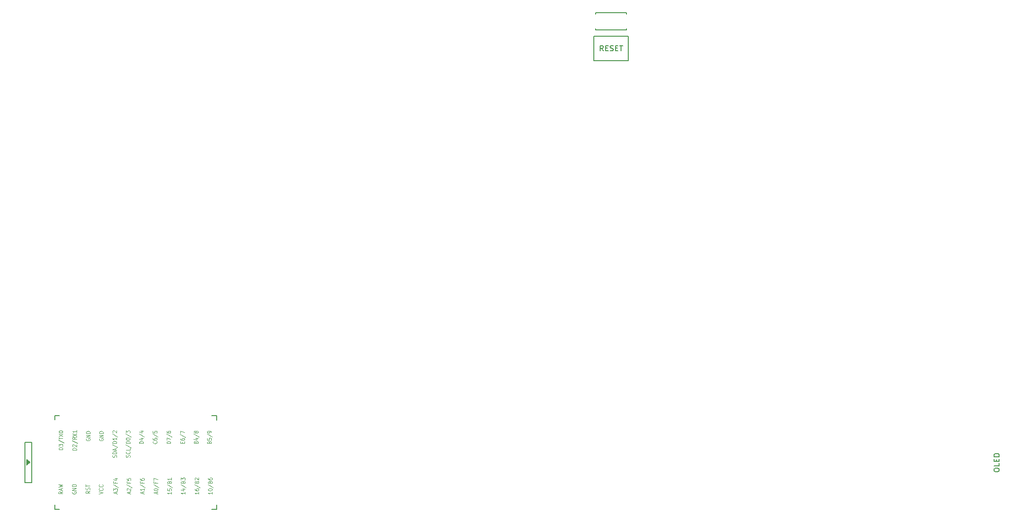
<source format=gbr>
G04 #@! TF.GenerationSoftware,KiCad,Pcbnew,(5.1.9)-1*
G04 #@! TF.CreationDate,2021-01-19T21:28:49+09:00*
G04 #@! TF.ProjectId,yuiop47,7975696f-7034-4372-9e6b-696361645f70,1*
G04 #@! TF.SameCoordinates,Original*
G04 #@! TF.FileFunction,Legend,Top*
G04 #@! TF.FilePolarity,Positive*
%FSLAX46Y46*%
G04 Gerber Fmt 4.6, Leading zero omitted, Abs format (unit mm)*
G04 Created by KiCad (PCBNEW (5.1.9)-1) date 2021-01-19 21:28:49*
%MOMM*%
%LPD*%
G01*
G04 APERTURE LIST*
%ADD10C,0.150000*%
%ADD11C,0.125000*%
G04 APERTURE END LIST*
D10*
X153250000Y-68538800D02*
X146750000Y-68538800D01*
X146750000Y-73038800D02*
X153250000Y-73038800D01*
X153250000Y-73038800D02*
X153250000Y-68538800D01*
X146750000Y-68538800D02*
X146750000Y-73038800D01*
X76300000Y-139450000D02*
X76300000Y-140310000D01*
X76300000Y-156950000D02*
X76300000Y-156100000D01*
X75450000Y-139450000D02*
X76300000Y-139450000D01*
X75400000Y-156950000D02*
X76300000Y-156950000D01*
X46100000Y-139450000D02*
X46100000Y-140250000D01*
X46100000Y-156950000D02*
X46100000Y-156100000D01*
X46100000Y-139450000D02*
X46950000Y-139450000D01*
X46100000Y-156950000D02*
X46950000Y-156950000D01*
X40500000Y-151950000D02*
X41800000Y-151950000D01*
X41800000Y-151950000D02*
X41800000Y-144450000D01*
X41800000Y-144450000D02*
X40500000Y-144450000D01*
X40500000Y-144450000D02*
X40500000Y-151950000D01*
X40850000Y-148700000D02*
X40850000Y-147700000D01*
X40850000Y-147700000D02*
X41500000Y-148200000D01*
X41500000Y-148200000D02*
X40850000Y-148700000D01*
X41000000Y-148550000D02*
X41000000Y-147850000D01*
X41150000Y-148450000D02*
X41150000Y-147950000D01*
X41300000Y-148350000D02*
X41300000Y-148050000D01*
X147150000Y-67300000D02*
X147150000Y-67050000D01*
X152850000Y-67300000D02*
X147150000Y-67300000D01*
X152850000Y-67300000D02*
X152850000Y-67050000D01*
X152850000Y-64100000D02*
X152850000Y-64350000D01*
X147150000Y-64100000D02*
X147150000Y-64350000D01*
X152850000Y-64100000D02*
X147150000Y-64100000D01*
X148547619Y-71241180D02*
X148214285Y-70764990D01*
X147976190Y-71241180D02*
X147976190Y-70241180D01*
X148357142Y-70241180D01*
X148452380Y-70288800D01*
X148500000Y-70336419D01*
X148547619Y-70431657D01*
X148547619Y-70574514D01*
X148500000Y-70669752D01*
X148452380Y-70717371D01*
X148357142Y-70764990D01*
X147976190Y-70764990D01*
X148976190Y-70717371D02*
X149309523Y-70717371D01*
X149452380Y-71241180D02*
X148976190Y-71241180D01*
X148976190Y-70241180D01*
X149452380Y-70241180D01*
X149833333Y-71193561D02*
X149976190Y-71241180D01*
X150214285Y-71241180D01*
X150309523Y-71193561D01*
X150357142Y-71145942D01*
X150404761Y-71050704D01*
X150404761Y-70955466D01*
X150357142Y-70860228D01*
X150309523Y-70812609D01*
X150214285Y-70764990D01*
X150023809Y-70717371D01*
X149928571Y-70669752D01*
X149880952Y-70622133D01*
X149833333Y-70526895D01*
X149833333Y-70431657D01*
X149880952Y-70336419D01*
X149928571Y-70288800D01*
X150023809Y-70241180D01*
X150261904Y-70241180D01*
X150404761Y-70288800D01*
X150833333Y-70717371D02*
X151166666Y-70717371D01*
X151309523Y-71241180D02*
X150833333Y-71241180D01*
X150833333Y-70241180D01*
X151309523Y-70241180D01*
X151595238Y-70241180D02*
X152166666Y-70241180D01*
X151880952Y-71241180D02*
X151880952Y-70241180D01*
X221502380Y-149702380D02*
X221502380Y-149511904D01*
X221550000Y-149416666D01*
X221645238Y-149321428D01*
X221835714Y-149273809D01*
X222169047Y-149273809D01*
X222359523Y-149321428D01*
X222454761Y-149416666D01*
X222502380Y-149511904D01*
X222502380Y-149702380D01*
X222454761Y-149797619D01*
X222359523Y-149892857D01*
X222169047Y-149940476D01*
X221835714Y-149940476D01*
X221645238Y-149892857D01*
X221550000Y-149797619D01*
X221502380Y-149702380D01*
X222502380Y-148369047D02*
X222502380Y-148845238D01*
X221502380Y-148845238D01*
X221978571Y-148035714D02*
X221978571Y-147702380D01*
X222502380Y-147559523D02*
X222502380Y-148035714D01*
X221502380Y-148035714D01*
X221502380Y-147559523D01*
X222502380Y-147130952D02*
X221502380Y-147130952D01*
X221502380Y-146892857D01*
X221550000Y-146750000D01*
X221645238Y-146654761D01*
X221740476Y-146607142D01*
X221930952Y-146559523D01*
X222073809Y-146559523D01*
X222264285Y-146607142D01*
X222359523Y-146654761D01*
X222454761Y-146750000D01*
X222502380Y-146892857D01*
X222502380Y-147130952D01*
D11*
X47539285Y-153657619D02*
X47182142Y-153880952D01*
X47539285Y-154040476D02*
X46789285Y-154040476D01*
X46789285Y-153785238D01*
X46825000Y-153721428D01*
X46860714Y-153689523D01*
X46932142Y-153657619D01*
X47039285Y-153657619D01*
X47110714Y-153689523D01*
X47146428Y-153721428D01*
X47182142Y-153785238D01*
X47182142Y-154040476D01*
X47325000Y-153402380D02*
X47325000Y-153083333D01*
X47539285Y-153466190D02*
X46789285Y-153242857D01*
X47539285Y-153019523D01*
X46789285Y-152860000D02*
X47539285Y-152700476D01*
X47003571Y-152572857D01*
X47539285Y-152445238D01*
X46789285Y-152285714D01*
X49375000Y-153705476D02*
X49339285Y-153769285D01*
X49339285Y-153865000D01*
X49375000Y-153960714D01*
X49446428Y-154024523D01*
X49517857Y-154056428D01*
X49660714Y-154088333D01*
X49767857Y-154088333D01*
X49910714Y-154056428D01*
X49982142Y-154024523D01*
X50053571Y-153960714D01*
X50089285Y-153865000D01*
X50089285Y-153801190D01*
X50053571Y-153705476D01*
X50017857Y-153673571D01*
X49767857Y-153673571D01*
X49767857Y-153801190D01*
X50089285Y-153386428D02*
X49339285Y-153386428D01*
X50089285Y-153003571D01*
X49339285Y-153003571D01*
X50089285Y-152684523D02*
X49339285Y-152684523D01*
X49339285Y-152525000D01*
X49375000Y-152429285D01*
X49446428Y-152365476D01*
X49517857Y-152333571D01*
X49660714Y-152301666D01*
X49767857Y-152301666D01*
X49910714Y-152333571D01*
X49982142Y-152365476D01*
X50053571Y-152429285D01*
X50089285Y-152525000D01*
X50089285Y-152684523D01*
X52639285Y-153561904D02*
X52282142Y-153785238D01*
X52639285Y-153944761D02*
X51889285Y-153944761D01*
X51889285Y-153689523D01*
X51925000Y-153625714D01*
X51960714Y-153593809D01*
X52032142Y-153561904D01*
X52139285Y-153561904D01*
X52210714Y-153593809D01*
X52246428Y-153625714D01*
X52282142Y-153689523D01*
X52282142Y-153944761D01*
X52603571Y-153306666D02*
X52639285Y-153210952D01*
X52639285Y-153051428D01*
X52603571Y-152987619D01*
X52567857Y-152955714D01*
X52496428Y-152923809D01*
X52425000Y-152923809D01*
X52353571Y-152955714D01*
X52317857Y-152987619D01*
X52282142Y-153051428D01*
X52246428Y-153179047D01*
X52210714Y-153242857D01*
X52175000Y-153274761D01*
X52103571Y-153306666D01*
X52032142Y-153306666D01*
X51960714Y-153274761D01*
X51925000Y-153242857D01*
X51889285Y-153179047D01*
X51889285Y-153019523D01*
X51925000Y-152923809D01*
X51889285Y-152732380D02*
X51889285Y-152349523D01*
X52639285Y-152540952D02*
X51889285Y-152540952D01*
X54339285Y-154088333D02*
X55089285Y-153865000D01*
X54339285Y-153641666D01*
X55017857Y-153035476D02*
X55053571Y-153067380D01*
X55089285Y-153163095D01*
X55089285Y-153226904D01*
X55053571Y-153322619D01*
X54982142Y-153386428D01*
X54910714Y-153418333D01*
X54767857Y-153450238D01*
X54660714Y-153450238D01*
X54517857Y-153418333D01*
X54446428Y-153386428D01*
X54375000Y-153322619D01*
X54339285Y-153226904D01*
X54339285Y-153163095D01*
X54375000Y-153067380D01*
X54410714Y-153035476D01*
X55017857Y-152365476D02*
X55053571Y-152397380D01*
X55089285Y-152493095D01*
X55089285Y-152556904D01*
X55053571Y-152652619D01*
X54982142Y-152716428D01*
X54910714Y-152748333D01*
X54767857Y-152780238D01*
X54660714Y-152780238D01*
X54517857Y-152748333D01*
X54446428Y-152716428D01*
X54375000Y-152652619D01*
X54339285Y-152556904D01*
X54339285Y-152493095D01*
X54375000Y-152397380D01*
X54410714Y-152365476D01*
X57575000Y-154030714D02*
X57575000Y-153711666D01*
X57789285Y-154094523D02*
X57039285Y-153871190D01*
X57789285Y-153647857D01*
X57039285Y-153488333D02*
X57039285Y-153073571D01*
X57325000Y-153296904D01*
X57325000Y-153201190D01*
X57360714Y-153137380D01*
X57396428Y-153105476D01*
X57467857Y-153073571D01*
X57646428Y-153073571D01*
X57717857Y-153105476D01*
X57753571Y-153137380D01*
X57789285Y-153201190D01*
X57789285Y-153392619D01*
X57753571Y-153456428D01*
X57717857Y-153488333D01*
X57003571Y-152307857D02*
X57967857Y-152882142D01*
X57396428Y-151861190D02*
X57396428Y-152084523D01*
X57789285Y-152084523D02*
X57039285Y-152084523D01*
X57039285Y-151765476D01*
X57289285Y-151223095D02*
X57789285Y-151223095D01*
X57003571Y-151382619D02*
X57539285Y-151542142D01*
X57539285Y-151127380D01*
X60075000Y-154030714D02*
X60075000Y-153711666D01*
X60289285Y-154094523D02*
X59539285Y-153871190D01*
X60289285Y-153647857D01*
X59610714Y-153456428D02*
X59575000Y-153424523D01*
X59539285Y-153360714D01*
X59539285Y-153201190D01*
X59575000Y-153137380D01*
X59610714Y-153105476D01*
X59682142Y-153073571D01*
X59753571Y-153073571D01*
X59860714Y-153105476D01*
X60289285Y-153488333D01*
X60289285Y-153073571D01*
X59503571Y-152307857D02*
X60467857Y-152882142D01*
X59896428Y-151861190D02*
X59896428Y-152084523D01*
X60289285Y-152084523D02*
X59539285Y-152084523D01*
X59539285Y-151765476D01*
X59539285Y-151191190D02*
X59539285Y-151510238D01*
X59896428Y-151542142D01*
X59860714Y-151510238D01*
X59825000Y-151446428D01*
X59825000Y-151286904D01*
X59860714Y-151223095D01*
X59896428Y-151191190D01*
X59967857Y-151159285D01*
X60146428Y-151159285D01*
X60217857Y-151191190D01*
X60253571Y-151223095D01*
X60289285Y-151286904D01*
X60289285Y-151446428D01*
X60253571Y-151510238D01*
X60217857Y-151542142D01*
X62575000Y-154030714D02*
X62575000Y-153711666D01*
X62789285Y-154094523D02*
X62039285Y-153871190D01*
X62789285Y-153647857D01*
X62789285Y-153073571D02*
X62789285Y-153456428D01*
X62789285Y-153265000D02*
X62039285Y-153265000D01*
X62146428Y-153328809D01*
X62217857Y-153392619D01*
X62253571Y-153456428D01*
X62003571Y-152307857D02*
X62967857Y-152882142D01*
X62396428Y-151861190D02*
X62396428Y-152084523D01*
X62789285Y-152084523D02*
X62039285Y-152084523D01*
X62039285Y-151765476D01*
X62039285Y-151223095D02*
X62039285Y-151350714D01*
X62075000Y-151414523D01*
X62110714Y-151446428D01*
X62217857Y-151510238D01*
X62360714Y-151542142D01*
X62646428Y-151542142D01*
X62717857Y-151510238D01*
X62753571Y-151478333D01*
X62789285Y-151414523D01*
X62789285Y-151286904D01*
X62753571Y-151223095D01*
X62717857Y-151191190D01*
X62646428Y-151159285D01*
X62467857Y-151159285D01*
X62396428Y-151191190D01*
X62360714Y-151223095D01*
X62325000Y-151286904D01*
X62325000Y-151414523D01*
X62360714Y-151478333D01*
X62396428Y-151510238D01*
X62467857Y-151542142D01*
X65125000Y-154030714D02*
X65125000Y-153711666D01*
X65339285Y-154094523D02*
X64589285Y-153871190D01*
X65339285Y-153647857D01*
X64589285Y-153296904D02*
X64589285Y-153233095D01*
X64625000Y-153169285D01*
X64660714Y-153137380D01*
X64732142Y-153105476D01*
X64875000Y-153073571D01*
X65053571Y-153073571D01*
X65196428Y-153105476D01*
X65267857Y-153137380D01*
X65303571Y-153169285D01*
X65339285Y-153233095D01*
X65339285Y-153296904D01*
X65303571Y-153360714D01*
X65267857Y-153392619D01*
X65196428Y-153424523D01*
X65053571Y-153456428D01*
X64875000Y-153456428D01*
X64732142Y-153424523D01*
X64660714Y-153392619D01*
X64625000Y-153360714D01*
X64589285Y-153296904D01*
X64553571Y-152307857D02*
X65517857Y-152882142D01*
X64946428Y-151861190D02*
X64946428Y-152084523D01*
X65339285Y-152084523D02*
X64589285Y-152084523D01*
X64589285Y-151765476D01*
X64589285Y-151574047D02*
X64589285Y-151127380D01*
X65339285Y-151414523D01*
X67889285Y-153727619D02*
X67889285Y-154110476D01*
X67889285Y-153919047D02*
X67139285Y-153919047D01*
X67246428Y-153982857D01*
X67317857Y-154046666D01*
X67353571Y-154110476D01*
X67139285Y-153121428D02*
X67139285Y-153440476D01*
X67496428Y-153472380D01*
X67460714Y-153440476D01*
X67425000Y-153376666D01*
X67425000Y-153217142D01*
X67460714Y-153153333D01*
X67496428Y-153121428D01*
X67567857Y-153089523D01*
X67746428Y-153089523D01*
X67817857Y-153121428D01*
X67853571Y-153153333D01*
X67889285Y-153217142D01*
X67889285Y-153376666D01*
X67853571Y-153440476D01*
X67817857Y-153472380D01*
X67103571Y-152323809D02*
X68067857Y-152898095D01*
X67496428Y-151877142D02*
X67532142Y-151781428D01*
X67567857Y-151749523D01*
X67639285Y-151717619D01*
X67746428Y-151717619D01*
X67817857Y-151749523D01*
X67853571Y-151781428D01*
X67889285Y-151845238D01*
X67889285Y-152100476D01*
X67139285Y-152100476D01*
X67139285Y-151877142D01*
X67175000Y-151813333D01*
X67210714Y-151781428D01*
X67282142Y-151749523D01*
X67353571Y-151749523D01*
X67425000Y-151781428D01*
X67460714Y-151813333D01*
X67496428Y-151877142D01*
X67496428Y-152100476D01*
X67889285Y-151079523D02*
X67889285Y-151462380D01*
X67889285Y-151270952D02*
X67139285Y-151270952D01*
X67246428Y-151334761D01*
X67317857Y-151398571D01*
X67353571Y-151462380D01*
X70439285Y-153727619D02*
X70439285Y-154110476D01*
X70439285Y-153919047D02*
X69689285Y-153919047D01*
X69796428Y-153982857D01*
X69867857Y-154046666D01*
X69903571Y-154110476D01*
X69939285Y-153153333D02*
X70439285Y-153153333D01*
X69653571Y-153312857D02*
X70189285Y-153472380D01*
X70189285Y-153057619D01*
X69653571Y-152323809D02*
X70617857Y-152898095D01*
X70046428Y-151877142D02*
X70082142Y-151781428D01*
X70117857Y-151749523D01*
X70189285Y-151717619D01*
X70296428Y-151717619D01*
X70367857Y-151749523D01*
X70403571Y-151781428D01*
X70439285Y-151845238D01*
X70439285Y-152100476D01*
X69689285Y-152100476D01*
X69689285Y-151877142D01*
X69725000Y-151813333D01*
X69760714Y-151781428D01*
X69832142Y-151749523D01*
X69903571Y-151749523D01*
X69975000Y-151781428D01*
X70010714Y-151813333D01*
X70046428Y-151877142D01*
X70046428Y-152100476D01*
X69689285Y-151494285D02*
X69689285Y-151079523D01*
X69975000Y-151302857D01*
X69975000Y-151207142D01*
X70010714Y-151143333D01*
X70046428Y-151111428D01*
X70117857Y-151079523D01*
X70296428Y-151079523D01*
X70367857Y-151111428D01*
X70403571Y-151143333D01*
X70439285Y-151207142D01*
X70439285Y-151398571D01*
X70403571Y-151462380D01*
X70367857Y-151494285D01*
X75489285Y-153727619D02*
X75489285Y-154110476D01*
X75489285Y-153919047D02*
X74739285Y-153919047D01*
X74846428Y-153982857D01*
X74917857Y-154046666D01*
X74953571Y-154110476D01*
X74739285Y-153312857D02*
X74739285Y-153249047D01*
X74775000Y-153185238D01*
X74810714Y-153153333D01*
X74882142Y-153121428D01*
X75025000Y-153089523D01*
X75203571Y-153089523D01*
X75346428Y-153121428D01*
X75417857Y-153153333D01*
X75453571Y-153185238D01*
X75489285Y-153249047D01*
X75489285Y-153312857D01*
X75453571Y-153376666D01*
X75417857Y-153408571D01*
X75346428Y-153440476D01*
X75203571Y-153472380D01*
X75025000Y-153472380D01*
X74882142Y-153440476D01*
X74810714Y-153408571D01*
X74775000Y-153376666D01*
X74739285Y-153312857D01*
X74703571Y-152323809D02*
X75667857Y-152898095D01*
X75096428Y-151877142D02*
X75132142Y-151781428D01*
X75167857Y-151749523D01*
X75239285Y-151717619D01*
X75346428Y-151717619D01*
X75417857Y-151749523D01*
X75453571Y-151781428D01*
X75489285Y-151845238D01*
X75489285Y-152100476D01*
X74739285Y-152100476D01*
X74739285Y-151877142D01*
X74775000Y-151813333D01*
X74810714Y-151781428D01*
X74882142Y-151749523D01*
X74953571Y-151749523D01*
X75025000Y-151781428D01*
X75060714Y-151813333D01*
X75096428Y-151877142D01*
X75096428Y-152100476D01*
X74739285Y-151143333D02*
X74739285Y-151270952D01*
X74775000Y-151334761D01*
X74810714Y-151366666D01*
X74917857Y-151430476D01*
X75060714Y-151462380D01*
X75346428Y-151462380D01*
X75417857Y-151430476D01*
X75453571Y-151398571D01*
X75489285Y-151334761D01*
X75489285Y-151207142D01*
X75453571Y-151143333D01*
X75417857Y-151111428D01*
X75346428Y-151079523D01*
X75167857Y-151079523D01*
X75096428Y-151111428D01*
X75060714Y-151143333D01*
X75025000Y-151207142D01*
X75025000Y-151334761D01*
X75060714Y-151398571D01*
X75096428Y-151430476D01*
X75167857Y-151462380D01*
X72989285Y-153727619D02*
X72989285Y-154110476D01*
X72989285Y-153919047D02*
X72239285Y-153919047D01*
X72346428Y-153982857D01*
X72417857Y-154046666D01*
X72453571Y-154110476D01*
X72239285Y-153153333D02*
X72239285Y-153280952D01*
X72275000Y-153344761D01*
X72310714Y-153376666D01*
X72417857Y-153440476D01*
X72560714Y-153472380D01*
X72846428Y-153472380D01*
X72917857Y-153440476D01*
X72953571Y-153408571D01*
X72989285Y-153344761D01*
X72989285Y-153217142D01*
X72953571Y-153153333D01*
X72917857Y-153121428D01*
X72846428Y-153089523D01*
X72667857Y-153089523D01*
X72596428Y-153121428D01*
X72560714Y-153153333D01*
X72525000Y-153217142D01*
X72525000Y-153344761D01*
X72560714Y-153408571D01*
X72596428Y-153440476D01*
X72667857Y-153472380D01*
X72203571Y-152323809D02*
X73167857Y-152898095D01*
X72596428Y-151877142D02*
X72632142Y-151781428D01*
X72667857Y-151749523D01*
X72739285Y-151717619D01*
X72846428Y-151717619D01*
X72917857Y-151749523D01*
X72953571Y-151781428D01*
X72989285Y-151845238D01*
X72989285Y-152100476D01*
X72239285Y-152100476D01*
X72239285Y-151877142D01*
X72275000Y-151813333D01*
X72310714Y-151781428D01*
X72382142Y-151749523D01*
X72453571Y-151749523D01*
X72525000Y-151781428D01*
X72560714Y-151813333D01*
X72596428Y-151877142D01*
X72596428Y-152100476D01*
X72310714Y-151462380D02*
X72275000Y-151430476D01*
X72239285Y-151366666D01*
X72239285Y-151207142D01*
X72275000Y-151143333D01*
X72310714Y-151111428D01*
X72382142Y-151079523D01*
X72453571Y-151079523D01*
X72560714Y-151111428D01*
X72989285Y-151494285D01*
X72989285Y-151079523D01*
X69896428Y-144627619D02*
X69896428Y-144404285D01*
X70289285Y-144308571D02*
X70289285Y-144627619D01*
X69539285Y-144627619D01*
X69539285Y-144308571D01*
X69539285Y-143734285D02*
X69539285Y-143861904D01*
X69575000Y-143925714D01*
X69610714Y-143957619D01*
X69717857Y-144021428D01*
X69860714Y-144053333D01*
X70146428Y-144053333D01*
X70217857Y-144021428D01*
X70253571Y-143989523D01*
X70289285Y-143925714D01*
X70289285Y-143798095D01*
X70253571Y-143734285D01*
X70217857Y-143702380D01*
X70146428Y-143670476D01*
X69967857Y-143670476D01*
X69896428Y-143702380D01*
X69860714Y-143734285D01*
X69825000Y-143798095D01*
X69825000Y-143925714D01*
X69860714Y-143989523D01*
X69896428Y-144021428D01*
X69967857Y-144053333D01*
X69503571Y-142904761D02*
X70467857Y-143479047D01*
X69539285Y-142745238D02*
X69539285Y-142298571D01*
X70289285Y-142585714D01*
X67739285Y-144659523D02*
X66989285Y-144659523D01*
X66989285Y-144500000D01*
X67025000Y-144404285D01*
X67096428Y-144340476D01*
X67167857Y-144308571D01*
X67310714Y-144276666D01*
X67417857Y-144276666D01*
X67560714Y-144308571D01*
X67632142Y-144340476D01*
X67703571Y-144404285D01*
X67739285Y-144500000D01*
X67739285Y-144659523D01*
X66989285Y-144053333D02*
X66989285Y-143606666D01*
X67739285Y-143893809D01*
X66953571Y-142872857D02*
X67917857Y-143447142D01*
X66989285Y-142362380D02*
X66989285Y-142490000D01*
X67025000Y-142553809D01*
X67060714Y-142585714D01*
X67167857Y-142649523D01*
X67310714Y-142681428D01*
X67596428Y-142681428D01*
X67667857Y-142649523D01*
X67703571Y-142617619D01*
X67739285Y-142553809D01*
X67739285Y-142426190D01*
X67703571Y-142362380D01*
X67667857Y-142330476D01*
X67596428Y-142298571D01*
X67417857Y-142298571D01*
X67346428Y-142330476D01*
X67310714Y-142362380D01*
X67275000Y-142426190D01*
X67275000Y-142553809D01*
X67310714Y-142617619D01*
X67346428Y-142649523D01*
X67417857Y-142681428D01*
X51975000Y-143755476D02*
X51939285Y-143819285D01*
X51939285Y-143915000D01*
X51975000Y-144010714D01*
X52046428Y-144074523D01*
X52117857Y-144106428D01*
X52260714Y-144138333D01*
X52367857Y-144138333D01*
X52510714Y-144106428D01*
X52582142Y-144074523D01*
X52653571Y-144010714D01*
X52689285Y-143915000D01*
X52689285Y-143851190D01*
X52653571Y-143755476D01*
X52617857Y-143723571D01*
X52367857Y-143723571D01*
X52367857Y-143851190D01*
X52689285Y-143436428D02*
X51939285Y-143436428D01*
X52689285Y-143053571D01*
X51939285Y-143053571D01*
X52689285Y-142734523D02*
X51939285Y-142734523D01*
X51939285Y-142575000D01*
X51975000Y-142479285D01*
X52046428Y-142415476D01*
X52117857Y-142383571D01*
X52260714Y-142351666D01*
X52367857Y-142351666D01*
X52510714Y-142383571D01*
X52582142Y-142415476D01*
X52653571Y-142479285D01*
X52689285Y-142575000D01*
X52689285Y-142734523D01*
X54425000Y-143755476D02*
X54389285Y-143819285D01*
X54389285Y-143915000D01*
X54425000Y-144010714D01*
X54496428Y-144074523D01*
X54567857Y-144106428D01*
X54710714Y-144138333D01*
X54817857Y-144138333D01*
X54960714Y-144106428D01*
X55032142Y-144074523D01*
X55103571Y-144010714D01*
X55139285Y-143915000D01*
X55139285Y-143851190D01*
X55103571Y-143755476D01*
X55067857Y-143723571D01*
X54817857Y-143723571D01*
X54817857Y-143851190D01*
X55139285Y-143436428D02*
X54389285Y-143436428D01*
X55139285Y-143053571D01*
X54389285Y-143053571D01*
X55139285Y-142734523D02*
X54389285Y-142734523D01*
X54389285Y-142575000D01*
X54425000Y-142479285D01*
X54496428Y-142415476D01*
X54567857Y-142383571D01*
X54710714Y-142351666D01*
X54817857Y-142351666D01*
X54960714Y-142383571D01*
X55032142Y-142415476D01*
X55103571Y-142479285D01*
X55139285Y-142575000D01*
X55139285Y-142734523D01*
X47589285Y-145783809D02*
X46839285Y-145783809D01*
X46839285Y-145624285D01*
X46875000Y-145528571D01*
X46946428Y-145464761D01*
X47017857Y-145432857D01*
X47160714Y-145400952D01*
X47267857Y-145400952D01*
X47410714Y-145432857D01*
X47482142Y-145464761D01*
X47553571Y-145528571D01*
X47589285Y-145624285D01*
X47589285Y-145783809D01*
X46839285Y-145177619D02*
X46839285Y-144762857D01*
X47125000Y-144986190D01*
X47125000Y-144890476D01*
X47160714Y-144826666D01*
X47196428Y-144794761D01*
X47267857Y-144762857D01*
X47446428Y-144762857D01*
X47517857Y-144794761D01*
X47553571Y-144826666D01*
X47589285Y-144890476D01*
X47589285Y-145081904D01*
X47553571Y-145145714D01*
X47517857Y-145177619D01*
X46803571Y-143997142D02*
X47767857Y-144571428D01*
X46839285Y-143869523D02*
X46839285Y-143486666D01*
X47589285Y-143678095D02*
X46839285Y-143678095D01*
X46839285Y-143327142D02*
X47589285Y-142880476D01*
X46839285Y-142880476D02*
X47589285Y-143327142D01*
X46839285Y-142497619D02*
X46839285Y-142433809D01*
X46875000Y-142370000D01*
X46910714Y-142338095D01*
X46982142Y-142306190D01*
X47125000Y-142274285D01*
X47303571Y-142274285D01*
X47446428Y-142306190D01*
X47517857Y-142338095D01*
X47553571Y-142370000D01*
X47589285Y-142433809D01*
X47589285Y-142497619D01*
X47553571Y-142561428D01*
X47517857Y-142593333D01*
X47446428Y-142625238D01*
X47303571Y-142657142D01*
X47125000Y-142657142D01*
X46982142Y-142625238D01*
X46910714Y-142593333D01*
X46875000Y-142561428D01*
X46839285Y-142497619D01*
X62639285Y-144659523D02*
X61889285Y-144659523D01*
X61889285Y-144500000D01*
X61925000Y-144404285D01*
X61996428Y-144340476D01*
X62067857Y-144308571D01*
X62210714Y-144276666D01*
X62317857Y-144276666D01*
X62460714Y-144308571D01*
X62532142Y-144340476D01*
X62603571Y-144404285D01*
X62639285Y-144500000D01*
X62639285Y-144659523D01*
X62139285Y-143702380D02*
X62639285Y-143702380D01*
X61853571Y-143861904D02*
X62389285Y-144021428D01*
X62389285Y-143606666D01*
X61853571Y-142872857D02*
X62817857Y-143447142D01*
X62139285Y-142362380D02*
X62639285Y-142362380D01*
X61853571Y-142521904D02*
X62389285Y-142681428D01*
X62389285Y-142266666D01*
X57603571Y-147233571D02*
X57639285Y-147137857D01*
X57639285Y-146978333D01*
X57603571Y-146914523D01*
X57567857Y-146882619D01*
X57496428Y-146850714D01*
X57425000Y-146850714D01*
X57353571Y-146882619D01*
X57317857Y-146914523D01*
X57282142Y-146978333D01*
X57246428Y-147105952D01*
X57210714Y-147169761D01*
X57175000Y-147201666D01*
X57103571Y-147233571D01*
X57032142Y-147233571D01*
X56960714Y-147201666D01*
X56925000Y-147169761D01*
X56889285Y-147105952D01*
X56889285Y-146946428D01*
X56925000Y-146850714D01*
X57639285Y-146563571D02*
X56889285Y-146563571D01*
X56889285Y-146404047D01*
X56925000Y-146308333D01*
X56996428Y-146244523D01*
X57067857Y-146212619D01*
X57210714Y-146180714D01*
X57317857Y-146180714D01*
X57460714Y-146212619D01*
X57532142Y-146244523D01*
X57603571Y-146308333D01*
X57639285Y-146404047D01*
X57639285Y-146563571D01*
X57425000Y-145925476D02*
X57425000Y-145606428D01*
X57639285Y-145989285D02*
X56889285Y-145765952D01*
X57639285Y-145542619D01*
X56853571Y-144840714D02*
X57817857Y-145415000D01*
X57639285Y-144617380D02*
X56889285Y-144617380D01*
X56889285Y-144457857D01*
X56925000Y-144362142D01*
X56996428Y-144298333D01*
X57067857Y-144266428D01*
X57210714Y-144234523D01*
X57317857Y-144234523D01*
X57460714Y-144266428D01*
X57532142Y-144298333D01*
X57603571Y-144362142D01*
X57639285Y-144457857D01*
X57639285Y-144617380D01*
X57639285Y-143596428D02*
X57639285Y-143979285D01*
X57639285Y-143787857D02*
X56889285Y-143787857D01*
X56996428Y-143851666D01*
X57067857Y-143915476D01*
X57103571Y-143979285D01*
X56853571Y-142830714D02*
X57817857Y-143405000D01*
X56960714Y-142639285D02*
X56925000Y-142607380D01*
X56889285Y-142543571D01*
X56889285Y-142384047D01*
X56925000Y-142320238D01*
X56960714Y-142288333D01*
X57032142Y-142256428D01*
X57103571Y-142256428D01*
X57210714Y-142288333D01*
X57639285Y-142671190D01*
X57639285Y-142256428D01*
X60103571Y-147217619D02*
X60139285Y-147121904D01*
X60139285Y-146962380D01*
X60103571Y-146898571D01*
X60067857Y-146866666D01*
X59996428Y-146834761D01*
X59925000Y-146834761D01*
X59853571Y-146866666D01*
X59817857Y-146898571D01*
X59782142Y-146962380D01*
X59746428Y-147090000D01*
X59710714Y-147153809D01*
X59675000Y-147185714D01*
X59603571Y-147217619D01*
X59532142Y-147217619D01*
X59460714Y-147185714D01*
X59425000Y-147153809D01*
X59389285Y-147090000D01*
X59389285Y-146930476D01*
X59425000Y-146834761D01*
X60067857Y-146164761D02*
X60103571Y-146196666D01*
X60139285Y-146292380D01*
X60139285Y-146356190D01*
X60103571Y-146451904D01*
X60032142Y-146515714D01*
X59960714Y-146547619D01*
X59817857Y-146579523D01*
X59710714Y-146579523D01*
X59567857Y-146547619D01*
X59496428Y-146515714D01*
X59425000Y-146451904D01*
X59389285Y-146356190D01*
X59389285Y-146292380D01*
X59425000Y-146196666D01*
X59460714Y-146164761D01*
X60139285Y-145558571D02*
X60139285Y-145877619D01*
X59389285Y-145877619D01*
X59353571Y-144856666D02*
X60317857Y-145430952D01*
X60139285Y-144633333D02*
X59389285Y-144633333D01*
X59389285Y-144473809D01*
X59425000Y-144378095D01*
X59496428Y-144314285D01*
X59567857Y-144282380D01*
X59710714Y-144250476D01*
X59817857Y-144250476D01*
X59960714Y-144282380D01*
X60032142Y-144314285D01*
X60103571Y-144378095D01*
X60139285Y-144473809D01*
X60139285Y-144633333D01*
X59389285Y-143835714D02*
X59389285Y-143771904D01*
X59425000Y-143708095D01*
X59460714Y-143676190D01*
X59532142Y-143644285D01*
X59675000Y-143612380D01*
X59853571Y-143612380D01*
X59996428Y-143644285D01*
X60067857Y-143676190D01*
X60103571Y-143708095D01*
X60139285Y-143771904D01*
X60139285Y-143835714D01*
X60103571Y-143899523D01*
X60067857Y-143931428D01*
X59996428Y-143963333D01*
X59853571Y-143995238D01*
X59675000Y-143995238D01*
X59532142Y-143963333D01*
X59460714Y-143931428D01*
X59425000Y-143899523D01*
X59389285Y-143835714D01*
X59353571Y-142846666D02*
X60317857Y-143420952D01*
X59389285Y-142687142D02*
X59389285Y-142272380D01*
X59675000Y-142495714D01*
X59675000Y-142400000D01*
X59710714Y-142336190D01*
X59746428Y-142304285D01*
X59817857Y-142272380D01*
X59996428Y-142272380D01*
X60067857Y-142304285D01*
X60103571Y-142336190D01*
X60139285Y-142400000D01*
X60139285Y-142591428D01*
X60103571Y-142655238D01*
X60067857Y-142687142D01*
X65117857Y-144276666D02*
X65153571Y-144308571D01*
X65189285Y-144404285D01*
X65189285Y-144468095D01*
X65153571Y-144563809D01*
X65082142Y-144627619D01*
X65010714Y-144659523D01*
X64867857Y-144691428D01*
X64760714Y-144691428D01*
X64617857Y-144659523D01*
X64546428Y-144627619D01*
X64475000Y-144563809D01*
X64439285Y-144468095D01*
X64439285Y-144404285D01*
X64475000Y-144308571D01*
X64510714Y-144276666D01*
X64439285Y-143702380D02*
X64439285Y-143830000D01*
X64475000Y-143893809D01*
X64510714Y-143925714D01*
X64617857Y-143989523D01*
X64760714Y-144021428D01*
X65046428Y-144021428D01*
X65117857Y-143989523D01*
X65153571Y-143957619D01*
X65189285Y-143893809D01*
X65189285Y-143766190D01*
X65153571Y-143702380D01*
X65117857Y-143670476D01*
X65046428Y-143638571D01*
X64867857Y-143638571D01*
X64796428Y-143670476D01*
X64760714Y-143702380D01*
X64725000Y-143766190D01*
X64725000Y-143893809D01*
X64760714Y-143957619D01*
X64796428Y-143989523D01*
X64867857Y-144021428D01*
X64403571Y-142872857D02*
X65367857Y-143447142D01*
X64439285Y-142330476D02*
X64439285Y-142649523D01*
X64796428Y-142681428D01*
X64760714Y-142649523D01*
X64725000Y-142585714D01*
X64725000Y-142426190D01*
X64760714Y-142362380D01*
X64796428Y-142330476D01*
X64867857Y-142298571D01*
X65046428Y-142298571D01*
X65117857Y-142330476D01*
X65153571Y-142362380D01*
X65189285Y-142426190D01*
X65189285Y-142585714D01*
X65153571Y-142649523D01*
X65117857Y-142681428D01*
X74946428Y-144436190D02*
X74982142Y-144340476D01*
X75017857Y-144308571D01*
X75089285Y-144276666D01*
X75196428Y-144276666D01*
X75267857Y-144308571D01*
X75303571Y-144340476D01*
X75339285Y-144404285D01*
X75339285Y-144659523D01*
X74589285Y-144659523D01*
X74589285Y-144436190D01*
X74625000Y-144372380D01*
X74660714Y-144340476D01*
X74732142Y-144308571D01*
X74803571Y-144308571D01*
X74875000Y-144340476D01*
X74910714Y-144372380D01*
X74946428Y-144436190D01*
X74946428Y-144659523D01*
X74589285Y-143670476D02*
X74589285Y-143989523D01*
X74946428Y-144021428D01*
X74910714Y-143989523D01*
X74875000Y-143925714D01*
X74875000Y-143766190D01*
X74910714Y-143702380D01*
X74946428Y-143670476D01*
X75017857Y-143638571D01*
X75196428Y-143638571D01*
X75267857Y-143670476D01*
X75303571Y-143702380D01*
X75339285Y-143766190D01*
X75339285Y-143925714D01*
X75303571Y-143989523D01*
X75267857Y-144021428D01*
X74553571Y-142872857D02*
X75517857Y-143447142D01*
X75339285Y-142617619D02*
X75339285Y-142490000D01*
X75303571Y-142426190D01*
X75267857Y-142394285D01*
X75160714Y-142330476D01*
X75017857Y-142298571D01*
X74732142Y-142298571D01*
X74660714Y-142330476D01*
X74625000Y-142362380D01*
X74589285Y-142426190D01*
X74589285Y-142553809D01*
X74625000Y-142617619D01*
X74660714Y-142649523D01*
X74732142Y-142681428D01*
X74910714Y-142681428D01*
X74982142Y-142649523D01*
X75017857Y-142617619D01*
X75053571Y-142553809D01*
X75053571Y-142426190D01*
X75017857Y-142362380D01*
X74982142Y-142330476D01*
X74910714Y-142298571D01*
X50139285Y-145863571D02*
X49389285Y-145863571D01*
X49389285Y-145704047D01*
X49425000Y-145608333D01*
X49496428Y-145544523D01*
X49567857Y-145512619D01*
X49710714Y-145480714D01*
X49817857Y-145480714D01*
X49960714Y-145512619D01*
X50032142Y-145544523D01*
X50103571Y-145608333D01*
X50139285Y-145704047D01*
X50139285Y-145863571D01*
X49460714Y-145225476D02*
X49425000Y-145193571D01*
X49389285Y-145129761D01*
X49389285Y-144970238D01*
X49425000Y-144906428D01*
X49460714Y-144874523D01*
X49532142Y-144842619D01*
X49603571Y-144842619D01*
X49710714Y-144874523D01*
X50139285Y-145257380D01*
X50139285Y-144842619D01*
X49353571Y-144076904D02*
X50317857Y-144651190D01*
X50139285Y-143470714D02*
X49782142Y-143694047D01*
X50139285Y-143853571D02*
X49389285Y-143853571D01*
X49389285Y-143598333D01*
X49425000Y-143534523D01*
X49460714Y-143502619D01*
X49532142Y-143470714D01*
X49639285Y-143470714D01*
X49710714Y-143502619D01*
X49746428Y-143534523D01*
X49782142Y-143598333D01*
X49782142Y-143853571D01*
X49389285Y-143247380D02*
X50139285Y-142800714D01*
X49389285Y-142800714D02*
X50139285Y-143247380D01*
X50139285Y-142194523D02*
X50139285Y-142577380D01*
X50139285Y-142385952D02*
X49389285Y-142385952D01*
X49496428Y-142449761D01*
X49567857Y-142513571D01*
X49603571Y-142577380D01*
X72446428Y-144436190D02*
X72482142Y-144340476D01*
X72517857Y-144308571D01*
X72589285Y-144276666D01*
X72696428Y-144276666D01*
X72767857Y-144308571D01*
X72803571Y-144340476D01*
X72839285Y-144404285D01*
X72839285Y-144659523D01*
X72089285Y-144659523D01*
X72089285Y-144436190D01*
X72125000Y-144372380D01*
X72160714Y-144340476D01*
X72232142Y-144308571D01*
X72303571Y-144308571D01*
X72375000Y-144340476D01*
X72410714Y-144372380D01*
X72446428Y-144436190D01*
X72446428Y-144659523D01*
X72339285Y-143702380D02*
X72839285Y-143702380D01*
X72053571Y-143861904D02*
X72589285Y-144021428D01*
X72589285Y-143606666D01*
X72053571Y-142872857D02*
X73017857Y-143447142D01*
X72410714Y-142553809D02*
X72375000Y-142617619D01*
X72339285Y-142649523D01*
X72267857Y-142681428D01*
X72232142Y-142681428D01*
X72160714Y-142649523D01*
X72125000Y-142617619D01*
X72089285Y-142553809D01*
X72089285Y-142426190D01*
X72125000Y-142362380D01*
X72160714Y-142330476D01*
X72232142Y-142298571D01*
X72267857Y-142298571D01*
X72339285Y-142330476D01*
X72375000Y-142362380D01*
X72410714Y-142426190D01*
X72410714Y-142553809D01*
X72446428Y-142617619D01*
X72482142Y-142649523D01*
X72553571Y-142681428D01*
X72696428Y-142681428D01*
X72767857Y-142649523D01*
X72803571Y-142617619D01*
X72839285Y-142553809D01*
X72839285Y-142426190D01*
X72803571Y-142362380D01*
X72767857Y-142330476D01*
X72696428Y-142298571D01*
X72553571Y-142298571D01*
X72482142Y-142330476D01*
X72446428Y-142362380D01*
X72410714Y-142426190D01*
M02*

</source>
